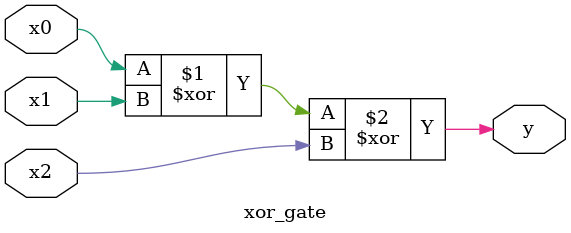
<source format=v>
module xor_gate(y, x0, x1, x2);
	output y;
	input x0, x1, x2;
		
	assign y = x0 ^ x1 ^ x2;
endmodule
	
</source>
